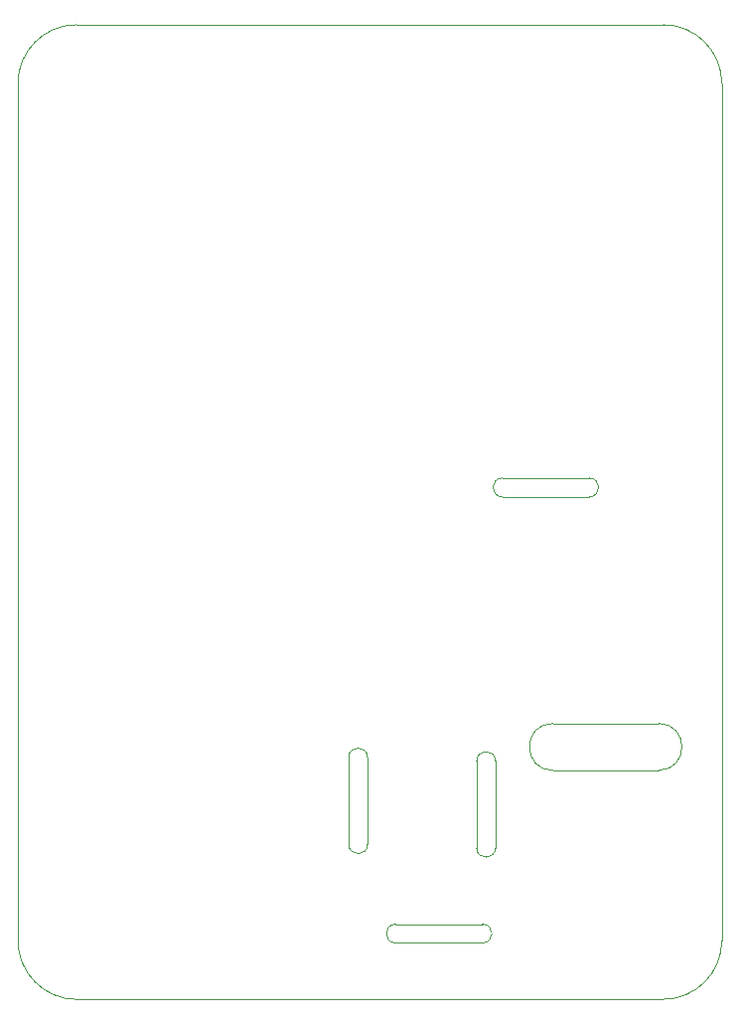
<source format=gbr>
G04 #@! TF.GenerationSoftware,KiCad,Pcbnew,(5.1.4-0)*
G04 #@! TF.CreationDate,2021-06-22T22:46:32+02:00*
G04 #@! TF.ProjectId,accumulator_HV_distribution_board,61636375-6d75-46c6-9174-6f725f48565f,rev?*
G04 #@! TF.SameCoordinates,Original*
G04 #@! TF.FileFunction,Profile,NP*
%FSLAX46Y46*%
G04 Gerber Fmt 4.6, Leading zero omitted, Abs format (unit mm)*
G04 Created by KiCad (PCBNEW (5.1.4-0)) date 2021-06-22 22:46:32*
%MOMM*%
%LPD*%
G04 APERTURE LIST*
%ADD10C,0.050000*%
G04 APERTURE END LIST*
D10*
X163700000Y-78600000D02*
X156300000Y-78600000D01*
X156300000Y-80200000D02*
G75*
G02X156300000Y-78600000I0J800000D01*
G01*
X163700000Y-78600000D02*
G75*
G02X163700000Y-80200000I0J-800000D01*
G01*
X163700000Y-80200000D02*
X156300000Y-80200000D01*
X170000000Y-123000000D02*
X120000000Y-123000000D01*
X154600000Y-116600000D02*
G75*
G02X154600000Y-118200000I0J-800000D01*
G01*
X147200000Y-116600000D02*
X154600000Y-116600000D01*
X147200000Y-118200000D02*
G75*
G02X147200000Y-116600000I0J800000D01*
G01*
X147200000Y-118200000D02*
X154600000Y-118200000D01*
X155700000Y-110100000D02*
G75*
G02X154100000Y-110100000I-800000J0D01*
G01*
X155700000Y-102700000D02*
X155700000Y-110100000D01*
X154100000Y-102700000D02*
G75*
G02X155700000Y-102700000I800000J0D01*
G01*
X154100000Y-102700000D02*
X154100000Y-110100000D01*
X144800000Y-102400000D02*
X144800000Y-109800000D01*
X143200000Y-102400000D02*
X143200000Y-109800000D01*
X143200000Y-102400000D02*
G75*
G02X144800000Y-102400000I800000J0D01*
G01*
X144800000Y-109800000D02*
G75*
G02X143200000Y-109800000I-800000J0D01*
G01*
X160600000Y-103500000D02*
X169600000Y-103500000D01*
X169600000Y-99500000D02*
X160600000Y-99500000D01*
X169600000Y-99500000D02*
G75*
G02X169600000Y-103500000I0J-2000000D01*
G01*
X160600000Y-103500000D02*
G75*
G02X160600000Y-99500000I0J2000000D01*
G01*
X175000000Y-118000000D02*
G75*
G02X170000000Y-123000000I-5000000J0D01*
G01*
X120000000Y-123000000D02*
G75*
G02X115000000Y-118000000I0J5000000D01*
G01*
X115000000Y-45000000D02*
G75*
G02X120000000Y-40000000I5000000J0D01*
G01*
X170000000Y-40000000D02*
G75*
G02X175000000Y-45000000I0J-5000000D01*
G01*
X115000000Y-118000000D02*
X115000000Y-45000000D01*
X175000000Y-45000000D02*
X175000000Y-118000000D01*
X120000000Y-40000000D02*
X170000000Y-40000000D01*
M02*

</source>
